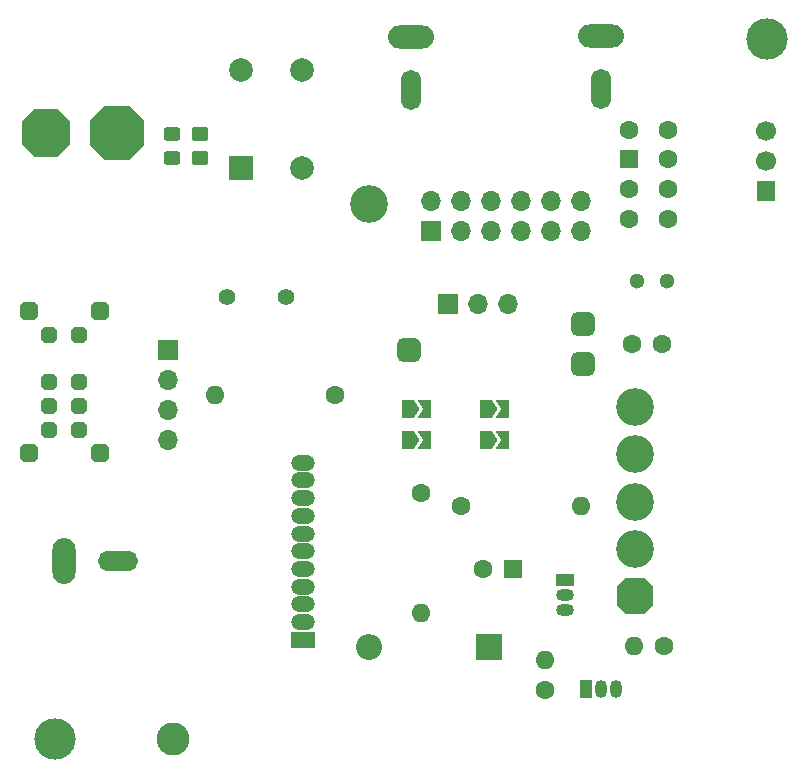
<source format=gts>
%TF.GenerationSoftware,KiCad,Pcbnew,(6.0.1)*%
%TF.CreationDate,2022-02-25T18:27:20-07:00*%
%TF.ProjectId,Power PCB Ver C -  TH - RF is Video Only,506f7765-7220-4504-9342-205665722043,rev?*%
%TF.SameCoordinates,Original*%
%TF.FileFunction,Soldermask,Top*%
%TF.FilePolarity,Negative*%
%FSLAX46Y46*%
G04 Gerber Fmt 4.6, Leading zero omitted, Abs format (unit mm)*
G04 Created by KiCad (PCBNEW (6.0.1)) date 2022-02-25 18:27:20*
%MOMM*%
%LPD*%
G01*
G04 APERTURE LIST*
G04 Aperture macros list*
%AMRoundRect*
0 Rectangle with rounded corners*
0 $1 Rounding radius*
0 $2 $3 $4 $5 $6 $7 $8 $9 X,Y pos of 4 corners*
0 Add a 4 corners polygon primitive as box body*
4,1,4,$2,$3,$4,$5,$6,$7,$8,$9,$2,$3,0*
0 Add four circle primitives for the rounded corners*
1,1,$1+$1,$2,$3*
1,1,$1+$1,$4,$5*
1,1,$1+$1,$6,$7*
1,1,$1+$1,$8,$9*
0 Add four rect primitives between the rounded corners*
20,1,$1+$1,$2,$3,$4,$5,0*
20,1,$1+$1,$4,$5,$6,$7,0*
20,1,$1+$1,$6,$7,$8,$9,0*
20,1,$1+$1,$8,$9,$2,$3,0*%
%AMOutline5P*
0 Free polygon, 5 corners , with rotation*
0 The origin of the aperture is its center*
0 number of corners: always 5*
0 $1 to $10 corner X, Y*
0 $11 Rotation angle, in degrees counterclockwise*
0 create outline with 5 corners*
4,1,5,$1,$2,$3,$4,$5,$6,$7,$8,$9,$10,$1,$2,$11*%
%AMOutline6P*
0 Free polygon, 6 corners , with rotation*
0 The origin of the aperture is its center*
0 number of corners: always 6*
0 $1 to $12 corner X, Y*
0 $13 Rotation angle, in degrees counterclockwise*
0 create outline with 6 corners*
4,1,6,$1,$2,$3,$4,$5,$6,$7,$8,$9,$10,$11,$12,$1,$2,$13*%
%AMOutline7P*
0 Free polygon, 7 corners , with rotation*
0 The origin of the aperture is its center*
0 number of corners: always 7*
0 $1 to $14 corner X, Y*
0 $15 Rotation angle, in degrees counterclockwise*
0 create outline with 7 corners*
4,1,7,$1,$2,$3,$4,$5,$6,$7,$8,$9,$10,$11,$12,$13,$14,$1,$2,$15*%
%AMOutline8P*
0 Free polygon, 8 corners , with rotation*
0 The origin of the aperture is its center*
0 number of corners: always 8*
0 $1 to $16 corner X, Y*
0 $17 Rotation angle, in degrees counterclockwise*
0 create outline with 8 corners*
4,1,8,$1,$2,$3,$4,$5,$6,$7,$8,$9,$10,$11,$12,$13,$14,$15,$16,$1,$2,$17*%
%AMFreePoly0*
4,1,6,1.000000,0.000000,0.500000,-0.750000,-0.500000,-0.750000,-0.500000,0.750000,0.500000,0.750000,1.000000,0.000000,1.000000,0.000000,$1*%
%AMFreePoly1*
4,1,6,0.500000,-0.750000,-0.650000,-0.750000,-0.150000,0.000000,-0.650000,0.750000,0.500000,0.750000,0.500000,-0.750000,0.500000,-0.750000,$1*%
G04 Aperture macros list end*
%ADD10RoundRect,0.500000X-0.500000X-0.500000X0.500000X-0.500000X0.500000X0.500000X-0.500000X0.500000X0*%
%ADD11O,1.950000X3.900000*%
%ADD12O,3.400000X1.700000*%
%ADD13C,1.600000*%
%ADD14O,1.600000X1.600000*%
%ADD15R,1.599997X1.700000*%
%ADD16C,1.700000*%
%ADD17R,1.700000X1.700000*%
%ADD18O,1.700000X1.700000*%
%ADD19Outline8P,-2.250000X1.125000X-1.125000X2.250000X1.125000X2.250000X2.250000X1.125000X2.250000X-1.125000X1.125000X-2.250000X-1.125000X-2.250000X-2.250000X-1.125000X0.000000*%
%ADD20Outline8P,-2.000000X1.000000X-1.000000X2.000000X1.000000X2.000000X2.000000X1.000000X2.000000X-1.000000X1.000000X-2.000000X-1.000000X-2.000000X-2.000000X-1.000000X0.000000*%
%ADD21FreePoly0,0.000000*%
%ADD22FreePoly1,0.000000*%
%ADD23R,2.000000X1.350000*%
%ADD24O,2.000000X1.350000*%
%ADD25R,1.050000X1.500000*%
%ADD26O,1.050000X1.500000*%
%ADD27RoundRect,0.250000X-0.450000X0.350000X-0.450000X-0.350000X0.450000X-0.350000X0.450000X0.350000X0*%
%ADD28R,1.600000X1.600000*%
%ADD29R,2.200000X2.200000*%
%ADD30O,2.200000X2.200000*%
%ADD31R,2.000000X2.000000*%
%ADD32C,2.000000*%
%ADD33O,3.900000X1.950000*%
%ADD34O,1.700000X3.400000*%
%ADD35C,3.500000*%
%ADD36R,1.500000X1.050000*%
%ADD37O,1.500000X1.050000*%
%ADD38C,3.200000*%
%ADD39Outline8P,-1.550000X0.775000X-0.775000X1.550000X0.775000X1.550000X1.550000X0.775000X1.550000X-0.775000X0.775000X-1.550000X-0.775000X-1.550000X-1.550000X-0.775000X90.000000*%
%ADD40C,1.400000*%
%ADD41C,2.800000*%
%ADD42C,1.300000*%
%ADD43Outline8P,-0.700000X0.350000X-0.350000X0.700000X0.350000X0.700000X0.700000X0.350000X0.700000X-0.350000X0.350000X-0.700000X-0.350000X-0.700000X-0.700000X-0.350000X270.000000*%
%ADD44Outline8P,-0.800000X0.400000X-0.400000X0.800000X0.400000X0.800000X0.800000X0.400000X0.800000X-0.400000X0.400000X-0.800000X-0.400000X-0.800000X-0.800000X-0.400000X270.000000*%
%ADD45Outline8P,-0.800000X0.400000X-0.400000X0.800000X0.400000X0.800000X0.800000X0.400000X0.800000X-0.400000X0.400000X-0.800000X-0.400000X-0.800000X-0.800000X-0.400000X90.000000*%
%ADD46RoundRect,0.250000X0.450000X-0.325000X0.450000X0.325000X-0.450000X0.325000X-0.450000X-0.325000X0*%
G04 APERTURE END LIST*
D10*
%TO.C,J12*%
X150096100Y-103483600D03*
%TD*%
D11*
%TO.C,J19*%
X120952100Y-121327600D03*
D12*
X125452100Y-121327600D03*
%TD*%
D10*
%TO.C,J10*%
X164826100Y-104693600D03*
%TD*%
%TO.C,J11*%
X164826100Y-101293600D03*
%TD*%
D13*
%TO.C,R1*%
X171716100Y-128573600D03*
D14*
X169176100Y-128573600D03*
%TD*%
D15*
%TO.C,U1*%
X180388100Y-90053600D03*
D16*
X180388100Y-87513600D03*
X180388100Y-84973600D03*
%TD*%
D17*
%TO.C,J6*%
X151976100Y-93418600D03*
D18*
X151976100Y-90878600D03*
X154516100Y-93418600D03*
X154516100Y-90878600D03*
X157056100Y-93418600D03*
X157056100Y-90878600D03*
X159596100Y-93418600D03*
X159596100Y-90878600D03*
X162136100Y-93418600D03*
X162136100Y-90878600D03*
X164676100Y-93418600D03*
X164676100Y-90878600D03*
%TD*%
D19*
%TO.C,J1*%
X125426102Y-85113598D03*
D20*
X119426100Y-85113598D03*
%TD*%
D21*
%TO.C,RJV-EXT1*%
X150029850Y-108488600D03*
D22*
X151479850Y-108488600D03*
%TD*%
D17*
%TO.C,J4*%
X129716100Y-103443600D03*
D18*
X129716100Y-105983600D03*
X129716100Y-108523600D03*
X129716100Y-111063600D03*
%TD*%
D23*
%TO.C,J3*%
X141126100Y-128018600D03*
D24*
X141126100Y-126518600D03*
X141126100Y-125018600D03*
X141126100Y-123518600D03*
X141126100Y-122018600D03*
X141126100Y-120518600D03*
X141126100Y-119018600D03*
X141126100Y-117518600D03*
X141126100Y-116018600D03*
X141126100Y-114518600D03*
X141126100Y-113018600D03*
%TD*%
D17*
%TO.C,J16*%
X153436100Y-99586100D03*
D18*
X155976100Y-99586100D03*
X158516100Y-99586100D03*
%TD*%
D25*
%TO.C,Q1*%
X165126100Y-132143600D03*
D26*
X166396100Y-132143600D03*
X167666100Y-132143600D03*
%TD*%
D27*
%TO.C,R5*%
X132456100Y-85203600D03*
X132456100Y-87203600D03*
%TD*%
D28*
%TO.C,C8*%
X158926100Y-122018600D03*
D13*
X156426100Y-122018600D03*
%TD*%
D29*
%TO.C,D2*%
X156926100Y-128593600D03*
D30*
X146766100Y-128593600D03*
%TD*%
D13*
%TO.C,R6*%
X143836100Y-107303600D03*
D14*
X133676100Y-107303600D03*
%TD*%
D31*
%TO.C,D1*%
X135926100Y-88036100D03*
D32*
X141026100Y-88036100D03*
X141026100Y-79786100D03*
X135926100Y-79786100D03*
%TD*%
D33*
%TO.C,J17*%
X166418100Y-76877600D03*
D34*
X166418100Y-81377600D03*
%TD*%
D13*
%TO.C,C5*%
X172096100Y-84843600D03*
X172096100Y-87343600D03*
%TD*%
D35*
%TO.C,*%
X180476100Y-77113600D03*
%TD*%
%TO.C,*%
X120126100Y-136393600D03*
%TD*%
D36*
%TO.C,Q2*%
X163376100Y-122968600D03*
D37*
X163376100Y-124238600D03*
X163376100Y-125508600D03*
%TD*%
D38*
%TO.C,J2*%
X169226100Y-116313600D03*
X169226100Y-108313600D03*
X169226100Y-120313600D03*
X169226100Y-112313597D03*
D39*
X169226100Y-124313600D03*
%TD*%
D21*
%TO.C,RJA-EXT1*%
X156644850Y-108468600D03*
D22*
X158094850Y-108468600D03*
%TD*%
D28*
%TO.C,C7*%
X168716100Y-87338600D03*
D13*
X168716100Y-84838600D03*
%TD*%
D38*
%TO.C,GND*%
X146756100Y-91113600D03*
%TD*%
D21*
%TO.C,RJA-INT1*%
X156644850Y-111068600D03*
D22*
X158094850Y-111068600D03*
%TD*%
D40*
%TO.C,C1*%
X134708100Y-99013598D03*
X139708100Y-99013598D03*
%TD*%
D41*
%TO.C,*%
X130126100Y-136393600D03*
%TD*%
D42*
%TO.C,C3*%
X171935300Y-97640600D03*
X169435300Y-97640600D03*
%TD*%
D13*
%TO.C,R3*%
X154546100Y-116693600D03*
D14*
X164706100Y-116693600D03*
%TD*%
D13*
%TO.C,C2*%
X171548900Y-102988800D03*
X169048900Y-102988800D03*
%TD*%
D33*
%TO.C,J18*%
X150272100Y-76971600D03*
D34*
X150272100Y-81471600D03*
%TD*%
D13*
%TO.C,C6*%
X168746100Y-92363600D03*
X168746100Y-89863600D03*
%TD*%
%TO.C,C4*%
X172096100Y-92353600D03*
X172096100Y-89853600D03*
%TD*%
D21*
%TO.C,RJV-INT1*%
X150029850Y-111088600D03*
D22*
X151479850Y-111088600D03*
%TD*%
D13*
%TO.C,R2*%
X161676100Y-132233600D03*
D14*
X161676100Y-129693600D03*
%TD*%
D13*
%TO.C,R4*%
X151126100Y-115593600D03*
D14*
X151126100Y-125753600D03*
%TD*%
D43*
%TO.C,SW1*%
X122176100Y-102213600D03*
X119676100Y-106213600D03*
X119676100Y-108213600D03*
X119676100Y-110213600D03*
X122176100Y-106213600D03*
X122176100Y-108213600D03*
X122176100Y-110213600D03*
X119676100Y-102213600D03*
D44*
X117926100Y-100213600D03*
D45*
X117926100Y-112213600D03*
X123926100Y-112213600D03*
D44*
X123926100Y-100213600D03*
%TD*%
D46*
%TO.C,D3*%
X130036100Y-87228600D03*
X130036100Y-85178600D03*
%TD*%
M02*

</source>
